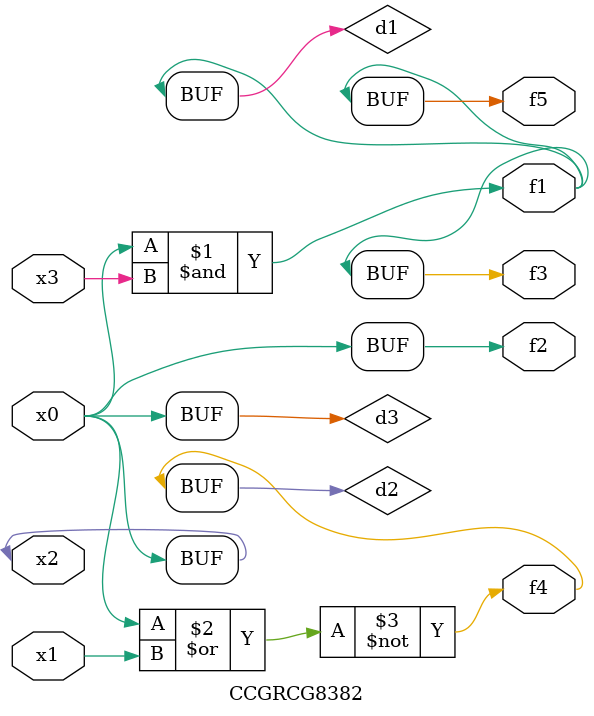
<source format=v>
module CCGRCG8382(
	input x0, x1, x2, x3,
	output f1, f2, f3, f4, f5
);

	wire d1, d2, d3;

	and (d1, x2, x3);
	nor (d2, x0, x1);
	buf (d3, x0, x2);
	assign f1 = d1;
	assign f2 = d3;
	assign f3 = d1;
	assign f4 = d2;
	assign f5 = d1;
endmodule

</source>
